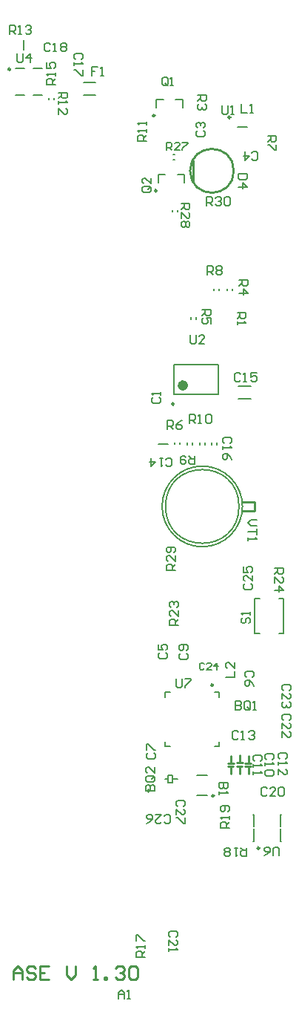
<source format=gto>
%FSLAX25Y25*%
%MOIN*%
G70*
G01*
G75*
G04 Layer_Color=65535*
%ADD10O,0.01378X0.05512*%
%ADD11R,0.02362X0.04528*%
%ADD12R,0.03937X0.07874*%
%ADD13R,0.01772X0.02362*%
%ADD14R,0.08268X0.05906*%
%ADD15R,0.17716X0.17716*%
%ADD16O,0.02559X0.00984*%
%ADD17O,0.00984X0.02559*%
%ADD18R,0.05315X0.03740*%
%ADD19R,0.01575X0.01575*%
%ADD20R,0.11811X0.00039*%
%ADD21R,0.05512X0.08268*%
%ADD22O,0.02362X0.00984*%
%ADD23R,0.06693X0.03150*%
%ADD24R,0.00984X0.01969*%
%ADD25R,0.03937X0.03543*%
%ADD26R,0.03937X0.01378*%
%ADD27R,0.03150X0.06496*%
%ADD28R,0.03150X0.03543*%
%ADD29R,0.02362X0.01969*%
%ADD30R,0.01969X0.02362*%
%ADD31R,0.03543X0.03150*%
%ADD32R,0.03937X0.05118*%
%ADD33R,0.05118X0.03937*%
%ADD34C,0.03937*%
%ADD35C,0.00787*%
%ADD36C,0.03937*%
%ADD37C,0.01969*%
%ADD38C,0.01000*%
%ADD39C,0.01181*%
%ADD40C,0.01575*%
%ADD41C,0.02000*%
%ADD42C,0.02362*%
%ADD43R,0.03937X0.02913*%
%ADD44R,0.04724X0.03150*%
%ADD45R,0.18898X0.05079*%
%ADD46R,0.36142X0.03937*%
%ADD47R,1.00709X0.04764*%
%ADD48R,0.08583X0.15590*%
%ADD49R,0.12598X0.04764*%
%ADD50R,0.12598X0.05079*%
%ADD51R,0.01811X0.07992*%
G04:AMPARAMS|DCode=52|XSize=18.11mil|YSize=66.44mil|CornerRadius=0mil|HoleSize=0mil|Usage=FLASHONLY|Rotation=214.500|XOffset=0mil|YOffset=0mil|HoleType=Round|Shape=Rectangle|*
%AMROTATEDRECTD52*
4,1,4,-0.01135,0.03251,0.02628,-0.02225,0.01135,-0.03251,-0.02628,0.02225,-0.01135,0.03251,0.0*
%
%ADD52ROTATEDRECTD52*%

%ADD53R,0.35500X0.02000*%
%ADD54R,0.09055X0.04823*%
%ADD55R,0.12598X0.03150*%
%ADD56C,0.04724*%
%ADD57C,0.05512*%
%ADD58C,0.05906*%
%ADD59R,0.05906X0.05906*%
%ADD60R,0.05906X0.05906*%
%ADD61C,0.06299*%
%ADD62C,0.06000*%
%ADD63C,0.02598*%
%ADD64C,0.03150*%
%ADD65R,0.05000X0.03543*%
%ADD66R,0.03150X0.05709*%
%ADD67R,0.05118X0.02559*%
%ADD68O,0.02362X0.07284*%
%ADD69R,0.02756X0.05315*%
%ADD70O,0.02165X0.01181*%
%ADD71R,0.03543X0.02953*%
%ADD72R,0.02953X0.03543*%
%ADD73C,0.00984*%
D35*
X392610Y402000D02*
G03*
X392610Y402000I-18110J0D01*
G01*
X391035D02*
G03*
X391035Y402000I-16535J0D01*
G01*
X361811Y452362D02*
X381890D01*
X361811Y465748D02*
X381890D01*
X361811Y452362D02*
Y465748D01*
X381890Y452362D02*
Y465748D01*
X362500Y584646D02*
X365650D01*
Y581102D02*
Y584646D01*
X353839D02*
X356988D01*
X353839Y581102D02*
Y584646D01*
X321161Y586614D02*
X326279D01*
X321161Y592323D02*
X326279D01*
X397331Y251803D02*
X397823D01*
Y257217D01*
Y258201D02*
Y263614D01*
X397331D02*
X397823D01*
X409634D02*
X410126D01*
X409634Y258201D02*
Y263614D01*
Y251803D02*
Y257217D01*
Y251803D02*
X410126D01*
X357795Y318638D02*
X360059D01*
X357795Y316374D02*
Y318638D01*
Y294228D02*
Y296492D01*
Y294228D02*
X360059D01*
X379941D02*
X382205D01*
Y296492D01*
Y316374D02*
Y318638D01*
X379941D02*
X382205D01*
X290453Y586713D02*
Y586811D01*
X294291D01*
X298425D02*
X302264D01*
Y586713D02*
Y586811D01*
Y598622D02*
Y598721D01*
X298425Y598622D02*
X302264D01*
X290453D02*
X294291D01*
X290453D02*
Y598721D01*
X398228Y344980D02*
X400492D01*
X398228Y360728D02*
X400492D01*
X408957Y344980D02*
X411221D01*
X408957Y360728D02*
X411221D01*
X398228Y344980D02*
Y360728D01*
X411221Y344980D02*
Y360728D01*
X363337Y279774D02*
X363386Y279823D01*
X361122Y279774D02*
X363337D01*
X357677Y279823D02*
X359055D01*
X359154Y281496D02*
X361122D01*
Y278051D02*
Y281496D01*
X359154Y278051D02*
X361122D01*
X359154D02*
Y281496D01*
X374508Y272342D02*
X376772D01*
X372146Y272342D02*
X374410D01*
X372047Y281299D02*
X374311D01*
X374508Y281299D02*
X376772D01*
X390846Y456004D02*
X396358D01*
X390846Y450295D02*
X396358D01*
X378839Y429823D02*
Y430610D01*
X381201Y429823D02*
Y430610D01*
X363386Y534252D02*
Y535039D01*
X361024Y534252D02*
Y535039D01*
X361319Y557776D02*
X362106D01*
X361319Y560138D02*
X362106D01*
X363386Y550886D02*
X366535D01*
Y547342D02*
Y550886D01*
X354724D02*
X357874D01*
X354724Y547342D02*
Y550886D01*
X294094Y606988D02*
Y611319D01*
X305413Y584547D02*
Y585335D01*
X307776Y584547D02*
Y585335D01*
X373327Y429823D02*
Y430610D01*
X375689Y429823D02*
Y430610D01*
X367815Y429823D02*
Y430610D01*
X370177Y429823D02*
Y430610D01*
X382087Y499016D02*
Y499803D01*
X379724Y499016D02*
Y499803D01*
X362205Y429921D02*
Y430709D01*
X364567Y429921D02*
Y430709D01*
X371850Y486122D02*
Y486909D01*
X369488Y486122D02*
Y486909D01*
X385728Y499016D02*
Y499803D01*
X388090Y499016D02*
Y499803D01*
X390453Y572342D02*
X394783D01*
X354724Y430118D02*
X359055D01*
X368996Y479034D02*
Y475754D01*
X369652Y475098D01*
X370964D01*
X371620Y475754D01*
Y479034D01*
X375556Y475098D02*
X372932D01*
X375556Y477722D01*
Y478378D01*
X374900Y479034D01*
X373588D01*
X372932Y478378D01*
X394684Y551279D02*
X390748D01*
Y549312D01*
X391404Y548656D01*
X394028D01*
X394684Y549312D01*
Y551279D01*
X390748Y545376D02*
X394684D01*
X392716Y547344D01*
Y544720D01*
X398916Y395866D02*
X396292D01*
X394980Y394554D01*
X396292Y393242D01*
X398916D01*
Y391930D02*
Y389307D01*
Y390618D01*
X394980D01*
Y387995D02*
Y386683D01*
Y387339D01*
X398916D01*
X398260Y387995D01*
X358923Y591502D02*
Y594126D01*
X358267Y594782D01*
X356955D01*
X356299Y594126D01*
Y591502D01*
X356955Y590846D01*
X358267D01*
X357611Y592158D02*
X358923Y590846D01*
X358267D02*
X358923Y591502D01*
X360235Y590846D02*
X361547D01*
X360891D01*
Y594782D01*
X360235Y594126D01*
X327525Y599408D02*
X324902D01*
Y597440D01*
X326214D01*
X324902D01*
Y595472D01*
X328837D02*
X330149D01*
X329493D01*
Y599408D01*
X328837Y598752D01*
X409055Y245178D02*
Y248458D01*
X408399Y249114D01*
X407087D01*
X406431Y248458D01*
Y245178D01*
X402496D02*
X403807Y245834D01*
X405119Y247146D01*
Y248458D01*
X404463Y249114D01*
X403152D01*
X402496Y248458D01*
Y247802D01*
X403152Y247146D01*
X405119D01*
X362894Y324605D02*
Y321325D01*
X363550Y320669D01*
X364862D01*
X365517Y321325D01*
Y324605D01*
X366829D02*
X369453D01*
Y323949D01*
X366829Y321325D01*
Y320669D01*
X389469Y314664D02*
Y310728D01*
X391436D01*
X392092Y311384D01*
Y312040D01*
X391436Y312696D01*
X389469D01*
X391436D01*
X392092Y313352D01*
Y314008D01*
X391436Y314664D01*
X389469D01*
X396028Y311384D02*
Y314008D01*
X395372Y314664D01*
X394060D01*
X393404Y314008D01*
Y311384D01*
X394060Y310728D01*
X395372D01*
X394716Y312040D02*
X396028Y310728D01*
X395372D02*
X396028Y311384D01*
X397340Y310728D02*
X398652D01*
X397996D01*
Y314664D01*
X397340Y314008D01*
X336713Y181004D02*
Y183628D01*
X338024Y184940D01*
X339336Y183628D01*
Y181004D01*
Y182972D01*
X336713D01*
X340648Y181004D02*
X341960D01*
X341304D01*
Y184940D01*
X340648Y184284D01*
X291142Y605215D02*
Y601935D01*
X291798Y601279D01*
X293110D01*
X293765Y601935D01*
Y605215D01*
X297045Y601279D02*
Y605215D01*
X295077Y603247D01*
X297701D01*
X392783Y352132D02*
X392127Y351476D01*
Y350164D01*
X392783Y349508D01*
X393439D01*
X394095Y350164D01*
Y351476D01*
X394751Y352132D01*
X395407D01*
X396063Y351476D01*
Y350164D01*
X395407Y349508D01*
X396063Y353444D02*
Y354755D01*
Y354100D01*
X392127D01*
X392783Y353444D01*
X383563Y582085D02*
Y578806D01*
X384219Y578150D01*
X385531D01*
X386187Y578806D01*
Y582085D01*
X387499Y578150D02*
X388811D01*
X388155D01*
Y582085D01*
X387499Y581429D01*
X349115Y274410D02*
X353051D01*
Y276377D01*
X352395Y277033D01*
X351739D01*
X351083Y276377D01*
Y274410D01*
Y276377D01*
X350427Y277033D01*
X349771D01*
X349115Y276377D01*
Y274410D01*
X352395Y280969D02*
X349771D01*
X349115Y280313D01*
Y279001D01*
X349771Y278345D01*
X352395D01*
X353051Y279001D01*
Y280313D01*
X351739Y279657D02*
X353051Y280969D01*
Y280313D02*
X352395Y280969D01*
X353051Y284905D02*
Y282281D01*
X350427Y284905D01*
X349771D01*
X349115Y284249D01*
Y282937D01*
X349771Y282281D01*
X385924Y277854D02*
X381988D01*
Y275887D01*
X382644Y275231D01*
X383300D01*
X383956Y275887D01*
Y277854D01*
Y275887D01*
X384612Y275231D01*
X385268D01*
X385924Y275887D01*
Y277854D01*
X381988Y273919D02*
Y272607D01*
Y273263D01*
X385924D01*
X385268Y273919D01*
X391797Y461252D02*
X391141Y461908D01*
X389829D01*
X389173Y461252D01*
Y458628D01*
X389829Y457972D01*
X391141D01*
X391797Y458628D01*
X393109Y457972D02*
X394421D01*
X393765D01*
Y461908D01*
X393109Y461252D01*
X399013Y461908D02*
X396389D01*
Y459940D01*
X397701Y460596D01*
X398357D01*
X399013Y459940D01*
Y458628D01*
X398357Y457972D01*
X397045D01*
X396389Y458628D01*
X386941Y430250D02*
X387597Y430906D01*
Y432218D01*
X386941Y432874D01*
X384317D01*
X383661Y432218D01*
Y430906D01*
X384317Y430250D01*
X383661Y428938D02*
Y427626D01*
Y428282D01*
X387597D01*
X386941Y428938D01*
X387597Y423035D02*
X386941Y424347D01*
X385629Y425659D01*
X384317D01*
X383661Y425002D01*
Y423691D01*
X384317Y423035D01*
X384973D01*
X385629Y423691D01*
Y425659D01*
X376476Y537106D02*
Y541042D01*
X378444D01*
X379100Y540386D01*
Y539074D01*
X378444Y538418D01*
X376476D01*
X377788D02*
X379100Y537106D01*
X380412Y540386D02*
X381068Y541042D01*
X382380D01*
X383036Y540386D01*
Y539730D01*
X382380Y539074D01*
X381724D01*
X382380D01*
X383036Y538418D01*
Y537762D01*
X382380Y537106D01*
X381068D01*
X380412Y537762D01*
X384348Y540386D02*
X385004Y541042D01*
X386316D01*
X386972Y540386D01*
Y537762D01*
X386316Y537106D01*
X385004D01*
X384348Y537762D01*
Y540386D01*
X362402Y373327D02*
X358466D01*
Y375295D01*
X359122Y375951D01*
X360434D01*
X361090Y375295D01*
Y373327D01*
Y374639D02*
X362402Y375951D01*
Y379886D02*
Y377262D01*
X359778Y379886D01*
X359122D01*
X358466Y379230D01*
Y377919D01*
X359122Y377262D01*
X361746Y381198D02*
X362402Y381854D01*
Y383166D01*
X361746Y383822D01*
X359122D01*
X358466Y383166D01*
Y381854D01*
X359122Y381198D01*
X359778D01*
X360434Y381854D01*
Y383822D01*
X364961Y537894D02*
X368896D01*
Y535926D01*
X368240Y535270D01*
X366929D01*
X366272Y535926D01*
Y537894D01*
Y536582D02*
X364961Y535270D01*
Y531334D02*
Y533958D01*
X367584Y531334D01*
X368240D01*
X368896Y531990D01*
Y533302D01*
X368240Y533958D01*
Y530022D02*
X368896Y529366D01*
Y528054D01*
X368240Y527398D01*
X367584D01*
X366929Y528054D01*
X366272Y527398D01*
X365617D01*
X364961Y528054D01*
Y529366D01*
X365617Y530022D01*
X366272D01*
X366929Y529366D01*
X367584Y530022D01*
X368240D01*
X366929Y529366D02*
Y528054D01*
X358465Y561909D02*
Y565452D01*
X360236D01*
X360826Y564861D01*
Y563681D01*
X360236Y563090D01*
X358465D01*
X359645D02*
X360826Y561909D01*
X364368D02*
X362007D01*
X364368Y564271D01*
Y564861D01*
X363778Y565452D01*
X362597D01*
X362007Y564861D01*
X365549Y565452D02*
X367910D01*
Y564861D01*
X365549Y562500D01*
Y561909D01*
X350722Y545537D02*
X348098D01*
X347442Y544881D01*
Y543569D01*
X348098Y542913D01*
X350722D01*
X351378Y543569D01*
Y544881D01*
X350066Y544225D02*
X351378Y545537D01*
Y544881D02*
X350722Y545537D01*
X351378Y549473D02*
Y546849D01*
X348754Y549473D01*
X348098D01*
X347442Y548817D01*
Y547505D01*
X348098Y546849D01*
X407087Y374213D02*
X411022D01*
Y372245D01*
X410366Y371589D01*
X409055D01*
X408398Y372245D01*
Y374213D01*
Y372901D02*
X407087Y371589D01*
Y367653D02*
Y370277D01*
X409710Y367653D01*
X410366D01*
X411022Y368309D01*
Y369621D01*
X410366Y370277D01*
X407087Y364373D02*
X411022D01*
X409055Y366341D01*
Y363717D01*
X363583Y348819D02*
X359647D01*
Y350787D01*
X360303Y351443D01*
X361615D01*
X362271Y350787D01*
Y348819D01*
Y350131D02*
X363583Y351443D01*
Y355379D02*
Y352755D01*
X360959Y355379D01*
X360303D01*
X359647Y354722D01*
Y353411D01*
X360303Y352755D01*
Y356690D02*
X359647Y357346D01*
Y358658D01*
X360303Y359314D01*
X360959D01*
X361615Y358658D01*
Y358002D01*
Y358658D01*
X362271Y359314D01*
X362927D01*
X363583Y358658D01*
Y357346D01*
X362927Y356690D01*
X386614Y257776D02*
X382678D01*
Y259743D01*
X383334Y260399D01*
X384646D01*
X385302Y259743D01*
Y257776D01*
Y259087D02*
X386614Y260399D01*
Y261711D02*
Y263023D01*
Y262367D01*
X382678D01*
X383334Y261711D01*
X385958Y264991D02*
X386614Y265647D01*
Y266959D01*
X385958Y267615D01*
X383334D01*
X382678Y266959D01*
Y265647D01*
X383334Y264991D01*
X383990D01*
X384646Y265647D01*
Y267615D01*
X394291Y248819D02*
Y244883D01*
X392323D01*
X391668Y245539D01*
Y246851D01*
X392323Y247507D01*
X394291D01*
X392979D02*
X391668Y248819D01*
X390356D02*
X389044D01*
X389700D01*
Y244883D01*
X390356Y245539D01*
X387076D02*
X386420Y244883D01*
X385108D01*
X384452Y245539D01*
Y246195D01*
X385108Y246851D01*
X384452Y247507D01*
Y248163D01*
X385108Y248819D01*
X386420D01*
X387076Y248163D01*
Y247507D01*
X386420Y246851D01*
X387076Y246195D01*
Y245539D01*
X386420Y246851D02*
X385108D01*
X348622Y199803D02*
X344686D01*
Y201771D01*
X345342Y202427D01*
X346654D01*
X347310Y201771D01*
Y199803D01*
Y201115D02*
X348622Y202427D01*
Y203739D02*
Y205051D01*
Y204395D01*
X344686D01*
X345342Y203739D01*
X344686Y207019D02*
Y209643D01*
X345342D01*
X347966Y207019D01*
X348622D01*
X308366Y591339D02*
X304430D01*
Y593306D01*
X305086Y593962D01*
X306398D01*
X307054Y593306D01*
Y591339D01*
Y592651D02*
X308366Y593962D01*
Y595274D02*
Y596586D01*
Y595930D01*
X304430D01*
X305086Y595274D01*
X304430Y601178D02*
Y598554D01*
X306398D01*
X305742Y599866D01*
Y600522D01*
X306398Y601178D01*
X307710D01*
X308366Y600522D01*
Y599210D01*
X307710Y598554D01*
X287697Y613976D02*
Y617912D01*
X289665D01*
X290321Y617256D01*
Y615944D01*
X289665Y615288D01*
X287697D01*
X289009D02*
X290321Y613976D01*
X291633D02*
X292945D01*
X292288D01*
Y617912D01*
X291633Y617256D01*
X294912D02*
X295568Y617912D01*
X296880D01*
X297536Y617256D01*
Y616600D01*
X296880Y615944D01*
X296224D01*
X296880D01*
X297536Y615288D01*
Y614632D01*
X296880Y613976D01*
X295568D01*
X294912Y614632D01*
X309646Y587795D02*
X313581D01*
Y585827D01*
X312926Y585172D01*
X311613D01*
X310958Y585827D01*
Y587795D01*
Y586483D02*
X309646Y585172D01*
Y583859D02*
Y582548D01*
Y583204D01*
X313581D01*
X312926Y583859D01*
X309646Y577956D02*
Y580580D01*
X312269Y577956D01*
X312926D01*
X313581Y578612D01*
Y579924D01*
X312926Y580580D01*
X349410Y566142D02*
X345474D01*
Y568110D01*
X346130Y568765D01*
X347442D01*
X348097Y568110D01*
Y566142D01*
Y567454D02*
X349410Y568765D01*
Y570078D02*
Y571389D01*
Y570733D01*
X345474D01*
X346130Y570078D01*
X349410Y573357D02*
Y574669D01*
Y574013D01*
X345474D01*
X346130Y573357D01*
X368799Y439468D02*
Y443404D01*
X370767D01*
X371423Y442748D01*
Y441436D01*
X370767Y440780D01*
X368799D01*
X370111D02*
X371423Y439468D01*
X372735D02*
X374047D01*
X373391D01*
Y443404D01*
X372735Y442748D01*
X376015D02*
X376671Y443404D01*
X377983D01*
X378639Y442748D01*
Y440125D01*
X377983Y439468D01*
X376671D01*
X376015Y440125D01*
Y442748D01*
X371161Y424803D02*
Y420867D01*
X369194D01*
X368538Y421523D01*
Y422835D01*
X369194Y423491D01*
X371161D01*
X369849D02*
X368538Y424803D01*
X367226Y424147D02*
X366570Y424803D01*
X365258D01*
X364602Y424147D01*
Y421523D01*
X365258Y420867D01*
X366570D01*
X367226Y421523D01*
Y422179D01*
X366570Y422835D01*
X364602D01*
X376772Y506102D02*
Y510038D01*
X378740D01*
X379396Y509382D01*
Y508070D01*
X378740Y507414D01*
X376772D01*
X378084D02*
X379396Y506102D01*
X380707Y509382D02*
X381363Y510038D01*
X382675D01*
X383331Y509382D01*
Y508726D01*
X382675Y508070D01*
X383331Y507414D01*
Y506758D01*
X382675Y506102D01*
X381363D01*
X380707Y506758D01*
Y507414D01*
X381363Y508070D01*
X380707Y508726D01*
Y509382D01*
X381363Y508070D02*
X382675D01*
X403937Y568405D02*
X407873D01*
Y566438D01*
X407217Y565782D01*
X405905D01*
X405249Y566438D01*
Y568405D01*
Y567094D02*
X403937Y565782D01*
X407873Y564470D02*
Y561846D01*
X407217D01*
X404593Y564470D01*
X403937D01*
X358858Y436713D02*
Y440648D01*
X360826D01*
X361482Y439992D01*
Y438681D01*
X360826Y438025D01*
X358858D01*
X360170D02*
X361482Y436713D01*
X365418Y440648D02*
X364106Y439992D01*
X362794Y438681D01*
Y437369D01*
X363450Y436713D01*
X364762D01*
X365418Y437369D01*
Y438025D01*
X364762Y438681D01*
X362794D01*
X374410Y490453D02*
X378345D01*
Y488485D01*
X377689Y487829D01*
X376377D01*
X375721Y488485D01*
Y490453D01*
Y489141D02*
X374410Y487829D01*
X378345Y483893D02*
Y486517D01*
X376377D01*
X377033Y485205D01*
Y484549D01*
X376377Y483893D01*
X375065D01*
X374410Y484549D01*
Y485861D01*
X375065Y486517D01*
X391142Y503543D02*
X395077D01*
Y501575D01*
X394422Y500919D01*
X393110D01*
X392454Y501575D01*
Y503543D01*
Y502231D02*
X391142Y500919D01*
Y497640D02*
X395077D01*
X393110Y499608D01*
Y496984D01*
X372441Y586614D02*
X376377D01*
Y584646D01*
X375721Y583990D01*
X374409D01*
X373753Y584646D01*
Y586614D01*
Y585302D02*
X372441Y583990D01*
X375721Y582678D02*
X376377Y582022D01*
Y580711D01*
X375721Y580055D01*
X375065D01*
X374409Y580711D01*
Y581366D01*
Y580711D01*
X373753Y580055D01*
X373097D01*
X372441Y580711D01*
Y582022D01*
X373097Y582678D01*
X390256Y489075D02*
X394192D01*
Y487107D01*
X393536Y486451D01*
X392224D01*
X391568Y487107D01*
Y489075D01*
Y487763D02*
X390256Y486451D01*
Y485139D02*
Y483827D01*
Y484483D01*
X394192D01*
X393536Y485139D01*
X385041Y325394D02*
X388976D01*
Y328017D01*
Y331953D02*
Y329329D01*
X386353Y331953D01*
X385697D01*
X385041Y331297D01*
Y329985D01*
X385697Y329329D01*
X392028Y582676D02*
Y578740D01*
X394651D01*
X395963D02*
X397275D01*
X396619D01*
Y582676D01*
X395963Y582020D01*
X365977Y267455D02*
X366633Y268111D01*
Y269423D01*
X365977Y270079D01*
X363353D01*
X362697Y269423D01*
Y268111D01*
X363353Y267455D01*
X362697Y263519D02*
Y266143D01*
X365321Y263519D01*
X365977D01*
X366633Y264175D01*
Y265487D01*
X365977Y266143D01*
X366633Y262207D02*
Y259583D01*
X365977D01*
X363353Y262207D01*
X362697D01*
X357376Y260460D02*
X358032Y259804D01*
X359344D01*
X360000Y260460D01*
Y263084D01*
X359344Y263740D01*
X358032D01*
X357376Y263084D01*
X353440Y263740D02*
X356064D01*
X353440Y261116D01*
Y260460D01*
X354096Y259804D01*
X355408D01*
X356064Y260460D01*
X349505Y259804D02*
X350817Y260460D01*
X352129Y261772D01*
Y263084D01*
X351473Y263740D01*
X350161D01*
X349505Y263084D01*
Y262428D01*
X350161Y261772D01*
X352129D01*
X393866Y367191D02*
X393210Y366535D01*
Y365223D01*
X393866Y364567D01*
X396490D01*
X397146Y365223D01*
Y366535D01*
X396490Y367191D01*
X397146Y371127D02*
Y368503D01*
X394522Y371127D01*
X393866D01*
X393210Y370470D01*
Y369159D01*
X393866Y368503D01*
X393210Y375062D02*
Y372438D01*
X395178D01*
X394522Y373750D01*
Y374406D01*
X395178Y375062D01*
X396490D01*
X397146Y374406D01*
Y373094D01*
X396490Y372438D01*
X375426Y331266D02*
X374901Y331790D01*
X373851D01*
X373327Y331266D01*
Y329167D01*
X373851Y328642D01*
X374901D01*
X375426Y329167D01*
X378574Y328642D02*
X376475D01*
X378574Y330741D01*
Y331266D01*
X378050Y331790D01*
X377000D01*
X376475Y331266D01*
X381198Y328642D02*
Y331790D01*
X379624Y330216D01*
X381723D01*
X413607Y319458D02*
X414262Y320113D01*
Y321426D01*
X413607Y322081D01*
X410983D01*
X410327Y321426D01*
Y320113D01*
X410983Y319458D01*
X410327Y315522D02*
Y318146D01*
X412951Y315522D01*
X413607D01*
X414262Y316178D01*
Y317490D01*
X413607Y318146D01*
Y314210D02*
X414262Y313554D01*
Y312242D01*
X413607Y311586D01*
X412951D01*
X412295Y312242D01*
Y312898D01*
Y312242D01*
X411639Y311586D01*
X410983D01*
X410327Y312242D01*
Y313554D01*
X410983Y314210D01*
X413811Y306136D02*
X414467Y306792D01*
Y308104D01*
X413811Y308760D01*
X411188D01*
X410532Y308104D01*
Y306792D01*
X411188Y306136D01*
X410532Y302200D02*
Y304824D01*
X413155Y302200D01*
X413811D01*
X414467Y302856D01*
Y304168D01*
X413811Y304824D01*
X410532Y298265D02*
Y300888D01*
X413155Y298265D01*
X413811D01*
X414467Y298920D01*
Y300232D01*
X413811Y300888D01*
X362630Y208793D02*
X363286Y209449D01*
Y210761D01*
X362630Y211417D01*
X360006D01*
X359350Y210761D01*
Y209449D01*
X360006Y208793D01*
X359350Y204858D02*
Y207482D01*
X361974Y204858D01*
X362630D01*
X363286Y205514D01*
Y206826D01*
X362630Y207482D01*
X359350Y203546D02*
Y202234D01*
Y202890D01*
X363286D01*
X362630Y203546D01*
X403608Y275426D02*
X402952Y276081D01*
X401640D01*
X400984Y275426D01*
Y272802D01*
X401640Y272146D01*
X402952D01*
X403608Y272802D01*
X407544Y272146D02*
X404920D01*
X407544Y274769D01*
Y275426D01*
X406888Y276081D01*
X405576D01*
X404920Y275426D01*
X408856D02*
X409512Y276081D01*
X410824D01*
X411480Y275426D01*
Y272802D01*
X410824Y272146D01*
X409512D01*
X408856Y272802D01*
Y275426D01*
X306167Y609481D02*
X305511Y610137D01*
X304199D01*
X303543Y609481D01*
Y606857D01*
X304199Y606201D01*
X305511D01*
X306167Y606857D01*
X307479Y606201D02*
X308791D01*
X308135D01*
Y610137D01*
X307479Y609481D01*
X310759D02*
X311415Y610137D01*
X312727D01*
X313383Y609481D01*
Y608825D01*
X312727Y608169D01*
X313383Y607513D01*
Y606857D01*
X312727Y606201D01*
X311415D01*
X310759Y606857D01*
Y607513D01*
X311415Y608169D01*
X310759Y608825D01*
Y609481D01*
X311415Y608169D02*
X312727D01*
X320111Y602691D02*
X320766Y603347D01*
Y604659D01*
X320111Y605315D01*
X317487D01*
X316831Y604659D01*
Y603347D01*
X317487Y602691D01*
X316831Y601379D02*
Y600067D01*
Y600723D01*
X320766D01*
X320111Y601379D01*
X320766Y598099D02*
Y595476D01*
X320111D01*
X317487Y598099D01*
X316831D01*
X358104Y420539D02*
X358760Y419883D01*
X360072D01*
X360728Y420539D01*
Y423163D01*
X360072Y423819D01*
X358760D01*
X358104Y423163D01*
X356793Y423819D02*
X355481D01*
X356137D01*
Y419883D01*
X356793Y420539D01*
X351545Y423819D02*
Y419883D01*
X353513Y421851D01*
X350889D01*
X390714Y300721D02*
X390058Y301377D01*
X388747D01*
X388090Y300721D01*
Y298097D01*
X388747Y297441D01*
X390058D01*
X390714Y298097D01*
X392026Y297441D02*
X393338D01*
X392682D01*
Y301377D01*
X392026Y300721D01*
X395306D02*
X395962Y301377D01*
X397274D01*
X397930Y300721D01*
Y300065D01*
X397274Y299409D01*
X396618D01*
X397274D01*
X397930Y298753D01*
Y298097D01*
X397274Y297441D01*
X395962D01*
X395306Y298097D01*
X412040Y288715D02*
X412696Y289371D01*
Y290683D01*
X412040Y291339D01*
X409416D01*
X408760Y290683D01*
Y289371D01*
X409416Y288715D01*
X408760Y287403D02*
Y286091D01*
Y286747D01*
X412696D01*
X412040Y287403D01*
X408760Y281499D02*
Y284123D01*
X411384Y281499D01*
X412040D01*
X412696Y282155D01*
Y283467D01*
X412040Y284123D01*
X400819Y287731D02*
X401475Y288387D01*
Y289698D01*
X400819Y290354D01*
X398195D01*
X397539Y289698D01*
Y288387D01*
X398195Y287731D01*
X397539Y286419D02*
Y285107D01*
Y285763D01*
X401475D01*
X400819Y286419D01*
X397539Y283139D02*
Y281827D01*
Y282483D01*
X401475D01*
X400819Y283139D01*
X406134Y288321D02*
X406790Y288977D01*
Y290289D01*
X406134Y290945D01*
X403510D01*
X402854Y290289D01*
Y288977D01*
X403510Y288321D01*
X402854Y287009D02*
Y285697D01*
Y286353D01*
X406790D01*
X406134Y287009D01*
Y283729D02*
X406790Y283073D01*
Y281762D01*
X406134Y281105D01*
X403510D01*
X402854Y281762D01*
Y283073D01*
X403510Y283729D01*
X406134D01*
X364634Y336088D02*
X363978Y335432D01*
Y334120D01*
X364634Y333465D01*
X367257D01*
X367913Y334120D01*
Y335432D01*
X367257Y336088D01*
Y337400D02*
X367913Y338056D01*
Y339368D01*
X367257Y340024D01*
X364634D01*
X363978Y339368D01*
Y338056D01*
X364634Y337400D01*
X365290D01*
X365946Y338056D01*
Y340024D01*
X349968Y291403D02*
X349312Y290747D01*
Y289436D01*
X349968Y288779D01*
X352592D01*
X353248Y289436D01*
Y290747D01*
X352592Y291403D01*
X349312Y292715D02*
Y295339D01*
X349968D01*
X352592Y292715D01*
X353248D01*
X397079Y325329D02*
X397735Y325985D01*
Y327297D01*
X397079Y327953D01*
X394455D01*
X393799Y327297D01*
Y325985D01*
X394455Y325329D01*
X397735Y321393D02*
X397079Y322705D01*
X395767Y324017D01*
X394455D01*
X393799Y323361D01*
Y322049D01*
X394455Y321393D01*
X395111D01*
X395767Y322049D01*
Y324017D01*
X355480Y336187D02*
X354824Y335531D01*
Y334219D01*
X355480Y333563D01*
X358104D01*
X358760Y334219D01*
Y335531D01*
X358104Y336187D01*
X354824Y340123D02*
Y337499D01*
X356792D01*
X356136Y338811D01*
Y339467D01*
X356792Y340123D01*
X358104D01*
X358760Y339467D01*
Y338155D01*
X358104Y337499D01*
X396884Y558039D02*
X397540Y557383D01*
X398852D01*
X399508Y558039D01*
Y560663D01*
X398852Y561319D01*
X397540D01*
X396884Y560663D01*
X393604Y561319D02*
Y557383D01*
X395572Y559351D01*
X392948D01*
X372311Y570537D02*
X371655Y569881D01*
Y568569D01*
X372311Y567913D01*
X374935D01*
X375591Y568569D01*
Y569881D01*
X374935Y570537D01*
X372311Y571849D02*
X371655Y572505D01*
Y573817D01*
X372311Y574473D01*
X372967D01*
X373623Y573817D01*
Y573161D01*
Y573817D01*
X374279Y574473D01*
X374935D01*
X375591Y573817D01*
Y572505D01*
X374935Y571849D01*
X352330Y450852D02*
X351675Y450196D01*
Y448884D01*
X352330Y448228D01*
X354954D01*
X355610Y448884D01*
Y450196D01*
X354954Y450852D01*
X355610Y452164D02*
Y453476D01*
Y452820D01*
X351675D01*
X352330Y452164D01*
D38*
X388701Y552658D02*
G03*
X388701Y552658I-9843J0D01*
G01*
X370276Y547933D02*
Y557283D01*
X392709Y404165D02*
X398024D01*
X398220Y403968D01*
Y400228D02*
Y403968D01*
X398122Y400130D02*
X398220Y400228D01*
X392610Y400130D02*
X398122D01*
X395374Y286910D02*
Y290158D01*
X393898Y286811D02*
X396555D01*
X393898Y285335D02*
X396358D01*
X395374Y281890D02*
Y285335D01*
X387402Y286910D02*
Y290158D01*
X385925Y286811D02*
X388583D01*
X385925Y285335D02*
X388386D01*
X387402Y281890D02*
Y285335D01*
X391437Y281988D02*
Y285433D01*
X389961D02*
X392421D01*
X389961Y286910D02*
X392618D01*
X391437Y287008D02*
Y290256D01*
X289370Y189764D02*
Y193763D01*
X291369Y195762D01*
X293369Y193763D01*
Y189764D01*
Y192763D01*
X289370D01*
X299367Y194762D02*
X298367Y195762D01*
X296368D01*
X295368Y194762D01*
Y193763D01*
X296368Y192763D01*
X298367D01*
X299367Y191763D01*
Y190763D01*
X298367Y189764D01*
X296368D01*
X295368Y190763D01*
X305365Y195762D02*
X301366D01*
Y189764D01*
X305365D01*
X301366Y192763D02*
X303365D01*
X313362Y195762D02*
Y191763D01*
X315362Y189764D01*
X317361Y191763D01*
Y195762D01*
X325358Y189764D02*
X327358D01*
X326358D01*
Y195762D01*
X325358Y194762D01*
X330357Y189764D02*
Y190763D01*
X331357D01*
Y189764D01*
X330357D01*
X335355Y194762D02*
X336355Y195762D01*
X338354D01*
X339354Y194762D01*
Y193763D01*
X338354Y192763D01*
X337355D01*
X338354D01*
X339354Y191763D01*
Y190763D01*
X338354Y189764D01*
X336355D01*
X335355Y190763D01*
X341353Y194762D02*
X342353Y195762D01*
X344352D01*
X345352Y194762D01*
Y190763D01*
X344352Y189764D01*
X342353D01*
X341353Y190763D01*
Y194762D01*
D42*
X366929Y456299D02*
G03*
X366929Y456299I-1181J0D01*
G01*
D73*
X361811Y448032D02*
G03*
X361811Y448032I-492J0D01*
G01*
X353150Y577461D02*
G03*
X353150Y577461I-492J0D01*
G01*
X400283Y248654D02*
G03*
X400283Y248654I-492J0D01*
G01*
X379350Y321787D02*
G03*
X379350Y321787I-492J0D01*
G01*
X288090Y598228D02*
G03*
X288090Y598228I-492J0D01*
G01*
X387205Y576673D02*
G03*
X387205Y576673I-492J0D01*
G01*
X350787Y274410D02*
G03*
X350787Y274410I-492J0D01*
G01*
X379823Y272146D02*
G03*
X379823Y272146I-492J0D01*
G01*
X354035Y543701D02*
G03*
X354035Y543701I-492J0D01*
G01*
M02*

</source>
